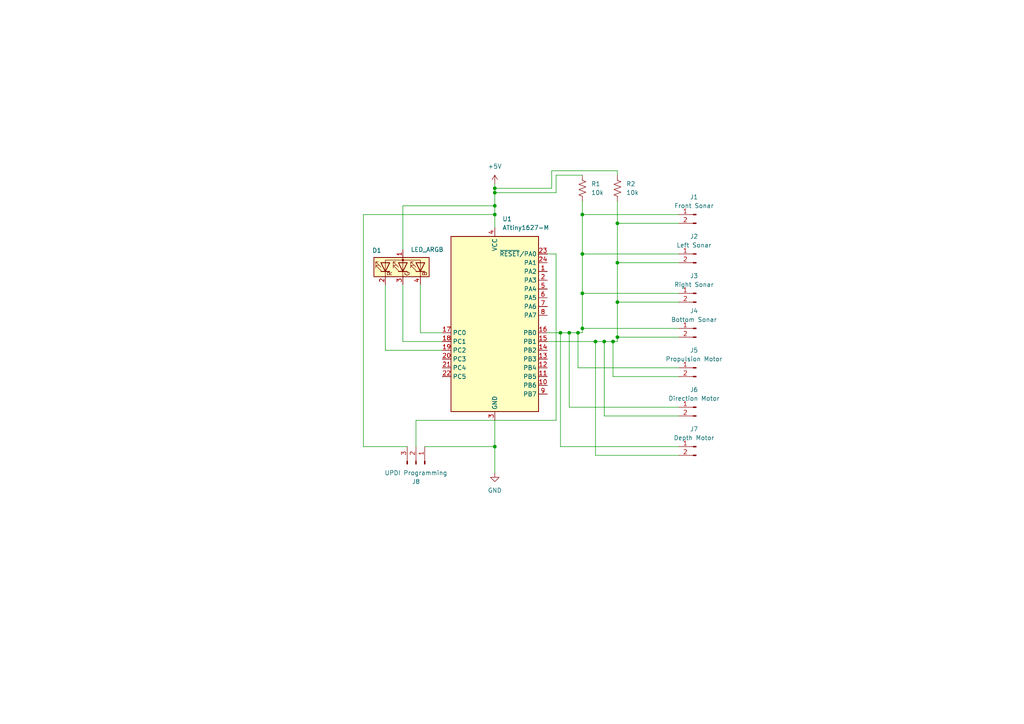
<source format=kicad_sch>
(kicad_sch (version 20231120) (generator "eeschema") (generator_version "8.0")
  (paper "A4")
  (lib_symbols
    (symbol "Connector:Conn_01x02_Pin" (pin_names (offset 1.016) hide)
      (property "Reference" "J" (at 0 2.54 0))
      (property "Value" "Conn_01x02_Pin" (at 0 -5.08 0))
      (symbol "Conn_01x02_Pin_1_1"
        (polyline (pts (xy 1.27 -2.54) (xy 0.8636 -2.54)) (stroke (width 0.1524)))
        (polyline (pts (xy 1.27 0) (xy 0.8636 0)) (stroke (width 0.1524)))
        (rectangle (start 0.8636 -2.413) (end 0 -2.667) (stroke (width 0.1524)) (fill (type outline)))
        (rectangle (start 0.8636 0.127) (end 0 -0.127) (stroke (width 0.1524)) (fill (type outline)))
        (pin passive line (at 5.08 0 180) (length 3.81) (name "Pin_1") (number "1"))
        (pin passive line (at 5.08 -2.54 180) (length 3.81) (name "Pin_2") (number "2"))
      )
    )
    (symbol "Connector:Conn_01x03_Pin" (pin_names (offset 1.016) hide)
      (property "Reference" "J" (at 0 5.08 0))
      (property "Value" "Conn_01x03_Pin" (at 0 -5.08 0))
      (symbol "Conn_01x03_Pin_1_1"
        (polyline (pts (xy 1.27 -2.54) (xy 0.8636 -2.54)) (stroke (width 0.1524)))
        (polyline (pts (xy 1.27 0) (xy 0.8636 0)) (stroke (width 0.1524)))
        (polyline (pts (xy 1.27 2.54) (xy 0.8636 2.54)) (stroke (width 0.1524)))
        (rectangle (start 0.8636 -2.413) (end 0 -2.667) (stroke (width 0.1524)) (fill (type outline)))
        (rectangle (start 0.8636 0.127) (end 0 -0.127) (stroke (width 0.1524)) (fill (type outline)))
        (rectangle (start 0.8636 2.667) (end 0 2.413) (stroke (width 0.1524)) (fill (type outline)))
        (pin passive line (at 5.08 2.54 180) (length 3.81) (name "Pin_1") (number "1"))
        (pin passive line (at 5.08 0 180) (length 3.81) (name "Pin_2") (number "2"))
        (pin passive line (at 5.08 -2.54 180) (length 3.81) (name "Pin_3") (number "3"))
      )
    )
    (symbol "Device:LED_ARGB" (pin_names (offset 0) hide)
      (property "Reference" "D" (at 0 9.398 0))
      (property "Value" "LED_ARGB" (at 0 -8.89 0))
      (symbol "LED_ARGB_0_0"
        (text "B" (at -1.905 -6.35 0) (effects (font (size 1.27 1.27))))
        (text "G" (at -1.905 -1.27 0) (effects (font (size 1.27 1.27))))
        (text "R" (at -1.905 3.81 0) (effects (font (size 1.27 1.27))))
      )
      (symbol "LED_ARGB_0_1"
        (polyline (pts (xy -1.27 -5.08) (xy -2.54 -5.08)))
        (polyline (pts (xy -1.27 -5.08) (xy 1.27 -5.08)))
        (polyline (pts (xy -1.27 -3.81) (xy -1.27 -6.35)) (stroke (width 0.254)))
        (polyline (pts (xy -1.27 0) (xy -2.54 0)))
        (polyline (pts (xy -1.27 1.27) (xy -1.27 -1.27)) (stroke (width 0.254)))
        (polyline (pts (xy -1.27 5.08) (xy -2.54 5.08)))
        (polyline (pts (xy -1.27 5.08) (xy 1.27 5.08)))
        (polyline (pts (xy -1.27 6.35) (xy -1.27 3.81)) (stroke (width 0.254)))
        (polyline (pts (xy 1.27 0) (xy -1.27 0)))
        (polyline (pts (xy 1.27 0) (xy 2.54 0)))
        (polyline (pts (xy -1.27 1.27) (xy -1.27 -1.27) (xy -1.27 -1.27)))
        (polyline (pts (xy -1.27 6.35) (xy -1.27 3.81) (xy -1.27 3.81)))
        (polyline (pts (xy 1.27 -5.08) (xy 2.032 -5.08) (xy 2.032 5.08) (xy 1.27 5.08)))
        (polyline (pts (xy 1.27 -3.81) (xy 1.27 -6.35) (xy -1.27 -5.08) (xy 1.27 -3.81)) (stroke (width 0.254)))
        (polyline (pts (xy 1.27 1.27) (xy 1.27 -1.27) (xy -1.27 0) (xy 1.27 1.27)) (stroke (width 0.254)))
        (polyline (pts (xy 1.27 6.35) (xy 1.27 3.81) (xy -1.27 5.08) (xy 1.27 6.35)) (stroke (width 0.254)))
        (polyline (pts (xy -1.016 -3.81) (xy 0.508 -2.286) (xy -0.254 -2.286) (xy 0.508 -2.286) (xy 0.508 -3.048)))
        (polyline (pts (xy -1.016 1.27) (xy 0.508 2.794) (xy -0.254 2.794) (xy 0.508 2.794) (xy 0.508 2.032)))
        (polyline (pts (xy -1.016 6.35) (xy 0.508 7.874) (xy -0.254 7.874) (xy 0.508 7.874) (xy 0.508 7.112)))
        (polyline (pts (xy 0 -3.81) (xy 1.524 -2.286) (xy 0.762 -2.286) (xy 1.524 -2.286) (xy 1.524 -3.048)))
        (polyline (pts (xy 0 1.27) (xy 1.524 2.794) (xy 0.762 2.794) (xy 1.524 2.794) (xy 1.524 2.032)))
        (polyline (pts (xy 0 6.35) (xy 1.524 7.874) (xy 0.762 7.874) (xy 1.524 7.874) (xy 1.524 7.112)))
        (rectangle (start 1.27 -1.27) (end 1.27 1.27))
        (rectangle (start 1.27 1.27) (end 1.27 1.27))
        (rectangle (start 1.27 3.81) (end 1.27 6.35))
        (rectangle (start 1.27 6.35) (end 1.27 6.35))
        (circle (center 2.032 0) (radius 0.254) (fill (type outline)))
        (rectangle (start 2.794 8.382) (end -2.794 -7.62) (stroke (width 0.254)) (fill (type background)))
      )
      (symbol "LED_ARGB_1_1"
        (pin passive line (at 5.08 0 180) (length 2.54) (name "A") (number "1"))
        (pin passive line (at -5.08 5.08 0) (length 2.54) (name "RK") (number "2"))
        (pin passive line (at -5.08 0 0) (length 2.54) (name "GK") (number "3"))
        (pin passive line (at -5.08 -5.08 0) (length 2.54) (name "BK") (number "4"))
      )
    )
    (symbol "Device:R_US" (pin_numbers hide) (pin_names (offset 0))
      (property "Reference" "R" (at 2.54 0 90))
      (property "Value" "R_US" (at -2.54 0 90))
      (symbol "R_US_0_1"
        (polyline (pts (xy 0 -2.286) (xy 0 -2.54)))
        (polyline (pts (xy 0 2.286) (xy 0 2.54)))
        (polyline (pts (xy 0 -0.762) (xy 1.016 -1.143) (xy 0 -1.524) (xy -1.016 -1.905) (xy 0 -2.286)))
        (polyline (pts (xy 0 0.762) (xy 1.016 0.381) (xy 0 0) (xy -1.016 -0.381) (xy 0 -0.762)))
        (polyline (pts (xy 0 2.286) (xy 1.016 1.905) (xy 0 1.524) (xy -1.016 1.143) (xy 0 0.762)))
      )
      (symbol "R_US_1_1"
        (pin passive line (at 0 3.81 270) (length 1.27) (name "~") (number "1"))
        (pin passive line (at 0 -3.81 90) (length 1.27) (name "~") (number "2"))
      )
    )
    (symbol "MCU_Microchip_ATtiny:ATtiny1627-M"
      (property "Reference" "U" (at -12.7 26.67 0))
      (property "Value" "ATtiny1627-M" (at 2.54 -26.67 0))
      (symbol "ATtiny1627-M_0_1"
        (rectangle (start -12.7 -25.4) (end 12.7 25.4) (stroke (width 0.254)) (fill (type background)))
      )
      (symbol "ATtiny1627-M_1_1"
        (pin bidirectional line (at 15.24 15.24 180) (length 2.54) (name "PA2") (number "1"))
        (pin bidirectional line (at 15.24 -17.78 180) (length 2.54) (name "PB6") (number "10"))
        (pin bidirectional line (at 15.24 -15.24 180) (length 2.54) (name "PB5") (number "11"))
        (pin bidirectional line (at 15.24 -12.7 180) (length 2.54) (name "PB4") (number "12"))
        (pin bidirectional line (at 15.24 -10.16 180) (length 2.54) (name "PB3") (number "13"))
        (pin bidirectional line (at 15.24 -7.62 180) (length 2.54) (name "PB2") (number "14"))
        (pin bidirectional line (at 15.24 -5.08 180) (length 2.54) (name "PB1") (number "15"))
        (pin bidirectional line (at 15.24 -2.54 180) (length 2.54) (name "PB0") (number "16"))
        (pin bidirectional line (at -15.24 -2.54 0) (length 2.54) (name "PC0") (number "17"))
        (pin bidirectional line (at -15.24 -5.08 0) (length 2.54) (name "PC1") (number "18"))
        (pin bidirectional line (at -15.24 -7.62 0) (length 2.54) (name "PC2") (number "19"))
        (pin bidirectional line (at 15.24 12.7 180) (length 2.54) (name "PA3") (number "2"))
        (pin bidirectional line (at -15.24 -10.16 0) (length 2.54) (name "PC3") (number "20"))
        (pin bidirectional line (at -15.24 -12.7 0) (length 2.54) (name "PC4") (number "21"))
        (pin bidirectional line (at -15.24 -15.24 0) (length 2.54) (name "PC5") (number "22"))
        (pin bidirectional line (at 15.24 20.32 180) (length 2.54) (name "~{RESET}/PA0") (number "23"))
        (pin bidirectional line (at 15.24 17.78 180) (length 2.54) (name "PA1") (number "24"))
        (pin passive line (at 0 -27.94 90) (length 2.54) hide (name "GND") (number "25"))
        (pin power_in line (at 0 -27.94 90) (length 2.54) (name "GND") (number "3"))
        (pin power_in line (at 0 27.94 270) (length 2.54) (name "VCC") (number "4"))
        (pin bidirectional line (at 15.24 10.16 180) (length 2.54) (name "PA4") (number "5"))
        (pin bidirectional line (at 15.24 7.62 180) (length 2.54) (name "PA5") (number "6"))
        (pin bidirectional line (at 15.24 5.08 180) (length 2.54) (name "PA6") (number "7"))
        (pin bidirectional line (at 15.24 2.54 180) (length 2.54) (name "PA7") (number "8"))
        (pin bidirectional line (at 15.24 -20.32 180) (length 2.54) (name "PB7") (number "9"))
      )
    )
    (symbol "power:+5V" (power) (pin_numbers hide) (pin_names (offset 0) hide)
      (property "Value" "+5V" (at 0 3.556 0))
      (symbol "+5V_0_1"
        (polyline (pts (xy -0.762 1.27) (xy 0 2.54)))
        (polyline (pts (xy 0 0) (xy 0 2.54)))
        (polyline (pts (xy 0 2.54) (xy 0.762 1.27)))
      )
      (symbol "+5V_1_1"
        (pin power_in line (at 0 0 90) (length 0) (name "~") (number "1"))
      )
    )
    (symbol "power:GND" (power) (pin_numbers hide) (pin_names (offset 0) hide)
      (property "Value" "GND" (at 0 -3.81 0))
      (symbol "GND_0_1"
        (polyline (pts (xy 0 0) (xy 0 -1.27) (xy 1.27 -1.27) (xy 0 -2.54) (xy -1.27 -1.27) (xy 0 -1.27)))
      )
      (symbol "GND_1_1"
        (pin power_in line (at 0 0 270) (length 0) (name "~") (number "1"))
      )
    )
  )
  (junction (at 168.91 95.25))
  (junction (at 143.51 54.61))
  (junction (at 179.07 97.79))
  (junction (at 179.07 76.2))
  (junction (at 143.51 129.54))
  (junction (at 172.72 99.06))
  (junction (at 143.51 59.69))
  (junction (at 167.64 96.52))
  (junction (at 179.07 87.63))
  (junction (at 175.26 99.06))
  (junction (at 168.91 73.66))
  (junction (at 165.1 96.52))
  (junction (at 143.51 62.23))
  (junction (at 168.91 85.09))
  (junction (at 162.56 96.52))
  (junction (at 177.8 99.06))
  (junction (at 143.51 55.88))
  (junction (at 168.91 62.23))
  (junction (at 179.07 64.77))
  (wire (pts (xy 179.07 87.63) (xy 179.07 76.2)))
  (wire (pts (xy 179.07 99.06) (xy 179.07 97.79)))
  (wire (pts (xy 123.19 129.54) (xy 143.51 129.54)))
  (wire (pts (xy 165.1 96.52) (xy 167.64 96.52)))
  (wire (pts (xy 196.85 120.65) (xy 175.26 120.65)))
  (wire (pts (xy 168.91 62.23) (xy 196.85 62.23)))
  (wire (pts (xy 196.85 106.68) (xy 167.64 106.68)))
  (wire (pts (xy 160.02 49.53) (xy 160.02 54.61)))
  (wire (pts (xy 120.65 129.54) (xy 120.65 121.92)))
  (wire (pts (xy 175.26 120.65) (xy 175.26 99.06)))
  (wire (pts (xy 175.26 99.06) (xy 177.8 99.06)))
  (wire (pts (xy 168.91 85.09) (xy 196.85 85.09)))
  (wire (pts (xy 116.84 82.55) (xy 116.84 99.06)))
  (wire (pts (xy 111.76 82.55) (xy 111.76 101.6)))
  (wire (pts (xy 161.29 55.88) (xy 143.51 55.88)))
  (wire (pts (xy 161.29 73.66) (xy 158.75 73.66)))
  (wire (pts (xy 177.8 99.06) (xy 179.07 99.06)))
  (wire (pts (xy 111.76 101.6) (xy 128.27 101.6)))
  (wire (pts (xy 162.56 96.52) (xy 165.1 96.52)))
  (wire (pts (xy 168.91 73.66) (xy 196.85 73.66)))
  (wire (pts (xy 179.07 97.79) (xy 196.85 97.79)))
  (wire (pts (xy 167.64 96.52) (xy 168.91 96.52)))
  (wire (pts (xy 168.91 73.66) (xy 168.91 62.23)))
  (wire (pts (xy 121.92 96.52) (xy 128.27 96.52)))
  (wire (pts (xy 161.29 50.8) (xy 161.29 55.88)))
  (wire (pts (xy 116.84 99.06) (xy 128.27 99.06)))
  (wire (pts (xy 160.02 54.61) (xy 143.51 54.61)))
  (wire (pts (xy 162.56 129.54) (xy 162.56 96.52)))
  (wire (pts (xy 168.91 50.8) (xy 161.29 50.8)))
  (wire (pts (xy 168.91 62.23) (xy 168.91 58.42)))
  (wire (pts (xy 196.85 129.54) (xy 162.56 129.54)))
  (wire (pts (xy 196.85 109.22) (xy 177.8 109.22)))
  (wire (pts (xy 121.92 82.55) (xy 121.92 96.52)))
  (wire (pts (xy 116.84 59.69) (xy 143.51 59.69)))
  (wire (pts (xy 196.85 118.11) (xy 165.1 118.11)))
  (wire (pts (xy 143.51 121.92) (xy 143.51 129.54)))
  (wire (pts (xy 143.51 62.23) (xy 143.51 66.04)))
  (wire (pts (xy 165.1 118.11) (xy 165.1 96.52)))
  (wire (pts (xy 196.85 132.08) (xy 172.72 132.08)))
  (wire (pts (xy 143.51 55.88) (xy 143.51 59.69)))
  (wire (pts (xy 105.41 62.23) (xy 143.51 62.23)))
  (wire (pts (xy 179.07 49.53) (xy 160.02 49.53)))
  (wire (pts (xy 168.91 95.25) (xy 168.91 85.09)))
  (wire (pts (xy 179.07 76.2) (xy 179.07 64.77)))
  (wire (pts (xy 172.72 99.06) (xy 175.26 99.06)))
  (wire (pts (xy 168.91 96.52) (xy 168.91 95.25)))
  (wire (pts (xy 179.07 64.77) (xy 196.85 64.77)))
  (wire (pts (xy 179.07 97.79) (xy 179.07 87.63)))
  (wire (pts (xy 161.29 121.92) (xy 161.29 73.66)))
  (wire (pts (xy 167.64 106.68) (xy 167.64 96.52)))
  (wire (pts (xy 143.51 53.34) (xy 143.51 54.61)))
  (wire (pts (xy 105.41 129.54) (xy 105.41 62.23)))
  (wire (pts (xy 143.51 54.61) (xy 143.51 55.88)))
  (wire (pts (xy 168.91 95.25) (xy 196.85 95.25)))
  (wire (pts (xy 158.75 96.52) (xy 162.56 96.52)))
  (wire (pts (xy 179.07 50.8) (xy 179.07 49.53)))
  (wire (pts (xy 177.8 109.22) (xy 177.8 99.06)))
  (wire (pts (xy 158.75 99.06) (xy 172.72 99.06)))
  (wire (pts (xy 143.51 129.54) (xy 143.51 137.16)))
  (wire (pts (xy 179.07 76.2) (xy 196.85 76.2)))
  (wire (pts (xy 179.07 64.77) (xy 179.07 58.42)))
  (wire (pts (xy 168.91 85.09) (xy 168.91 73.66)))
  (wire (pts (xy 118.11 129.54) (xy 105.41 129.54)))
  (wire (pts (xy 120.65 121.92) (xy 161.29 121.92)))
  (wire (pts (xy 172.72 132.08) (xy 172.72 99.06)))
  (wire (pts (xy 179.07 87.63) (xy 196.85 87.63)))
  (wire (pts (xy 143.51 59.69) (xy 143.51 62.23)))
  (wire (pts (xy 116.84 72.39) (xy 116.84 59.69)))
  (symbol (lib_id "Connector:Conn_01x02_Pin") (at 201.93 118.11 0) (mirror y) (unit 1)
    (property "Reference" "J6" (at 201.295 113.03 0))
    (property "Value" "Direction Motor" (at 201.295 115.57 0))
    (property "Footprint" "Connector_PinSocket_1.27mm:PinSocket_1x02_P1.27mm_Vertical" (effects (hide yes)))
    (property "Description" "Generic connector, single row, 01x02, script generated" (effects (hide yes)))
  )
  (symbol (lib_id "Device:LED_ARGB") (at 116.84 77.47 90) (unit 1)
    (property "Reference" "D1" (at 107.95 72.644 90) (effects (justify right)))
    (property "Value" "LED_ARGB" (at 119.126 72.39 90) (effects (justify right)))
    (property "Footprint" "LED_THT:LED_D5.0mm-4_RGB" (effects (hide yes)))
    (property "Description" "RGB LED, anode/red/green/blue" (effects (hide yes)))
  )
  (symbol (lib_id "Connector:Conn_01x02_Pin") (at 201.93 85.09 0) (mirror y) (unit 1)
    (property "Reference" "J3" (at 201.295 80.01 0))
    (property "Value" "Right Sonar" (at 201.295 82.55 0))
    (property "Footprint" "Connector_PinSocket_1.27mm:PinSocket_1x02_P1.27mm_Vertical" (effects (hide yes)))
    (property "Description" "Generic connector, single row, 01x02, script generated" (effects (hide yes)))
  )
  (symbol (lib_id "Device:R_US") (at 179.07 54.61 180) (unit 1)
    (property "Reference" "R2" (at 181.61 53.3399 0) (effects (justify right)))
    (property "Value" "10k" (at 181.61 55.8799 0) (effects (justify right)))
    (property "Footprint" "Resistor_THT:R_Axial_DIN0207_L6.3mm_D2.5mm_P7.62mm_Horizontal" (effects (hide yes)))
    (property "Description" "Resistor, US symbol" (effects (hide yes)))
  )
  (symbol (lib_id "power:GND") (at 143.51 137.16 0) (unit 1)
    (property "Reference" "#PWR02" (effects (hide yes)))
    (property "Value" "GND" (at 143.51 142.24 0))
    (property "Description" "Power symbol creates a global label with name \"GND\" , ground" (effects (hide yes)))
  )
  (symbol (lib_id "Connector:Conn_01x02_Pin") (at 201.93 62.23 0) (mirror y) (unit 1)
    (property "Reference" "J1" (at 201.295 57.15 0))
    (property "Value" "Front Sonar" (at 201.295 59.69 0))
    (property "Footprint" "Connector_PinSocket_1.27mm:PinSocket_1x02_P1.27mm_Vertical" (effects (hide yes)))
    (property "Description" "Generic connector, single row, 01x02, script generated" (effects (hide yes)))
  )
  (symbol (lib_id "Connector:Conn_01x02_Pin") (at 201.93 95.25 0) (mirror y) (unit 1)
    (property "Reference" "J4" (at 201.295 90.17 0))
    (property "Value" "Bottom Sonar" (at 201.295 92.71 0))
    (property "Footprint" "Connector_PinSocket_1.27mm:PinSocket_1x02_P1.27mm_Vertical" (effects (hide yes)))
    (property "Description" "Generic connector, single row, 01x02, script generated" (effects (hide yes)))
  )
  (symbol (lib_id "Connector:Conn_01x03_Pin") (at 120.65 134.62 270) (mirror x) (unit 1)
    (property "Reference" "J8" (at 120.65 139.7 90))
    (property "Value" "UPDI Programming" (at 120.65 137.16 90))
    (property "Footprint" "Connector_PinSocket_1.27mm:PinSocket_1x03_P1.27mm_Vertical" (effects (hide yes)))
    (property "Description" "Generic connector, single row, 01x03, script generated" (effects (hide yes)))
  )
  (symbol (lib_id "MCU_Microchip_ATtiny:ATtiny1627-M") (at 143.51 93.98 0) (unit 1)
    (property "Reference" "U1" (at 145.7041 63.5 0) (effects (justify left)))
    (property "Value" "ATtiny1627-M" (at 145.7041 66.04 0) (effects (justify left)))
    (property "Footprint" "Package_DFN_QFN:QFN-24-1EP_4x4mm_P0.5mm_EP2.6x2.6mm" (effects (hide yes)))
    (property "Datasheet" "https://ww1.microchip.com/downloads/en/DeviceDoc/ATtiny1624-26-27-DataSheet-DS40002234A.pdf" (effects (hide yes)))
    (property "Description" "20MHz, 16kB Flash, 2kB SRAM, 256B EEPROM, VQFN-24" (effects (hide yes)))
  )
  (symbol (lib_id "Device:R_US") (at 168.91 54.61 180) (unit 1)
    (property "Reference" "R1" (at 171.45 53.3399 0) (effects (justify right)))
    (property "Value" "10k" (at 171.45 55.8799 0) (effects (justify right)))
    (property "Footprint" "Resistor_THT:R_Axial_DIN0207_L6.3mm_D2.5mm_P7.62mm_Horizontal" (effects (hide yes)))
    (property "Description" "Resistor, US symbol" (effects (hide yes)))
  )
  (symbol (lib_id "Connector:Conn_01x02_Pin") (at 201.93 106.68 0) (mirror y) (unit 1)
    (property "Reference" "J5" (at 201.295 101.6 0))
    (property "Value" "Propulsion Motor" (at 201.295 104.14 0))
    (property "Footprint" "Connector_PinSocket_1.27mm:PinSocket_1x02_P1.27mm_Vertical" (effects (hide yes)))
    (property "Description" "Generic connector, single row, 01x02, script generated" (effects (hide yes)))
  )
  (symbol (lib_id "Connector:Conn_01x02_Pin") (at 201.93 129.54 0) (mirror y) (unit 1)
    (property "Reference" "J7" (at 201.295 124.46 0))
    (property "Value" "Depth Motor" (at 201.295 127 0))
    (property "Footprint" "Connector_PinSocket_1.27mm:PinSocket_1x02_P1.27mm_Vertical" (effects (hide yes)))
    (property "Description" "Generic connector, single row, 01x02, script generated" (effects (hide yes)))
  )
  (symbol (lib_id "power:+5V") (at 143.51 53.34 0) (unit 1)
    (property "Reference" "#PWR01" (effects (hide yes)))
    (property "Value" "+5V" (at 143.51 48.26 0))
    (property "Description" "Power symbol creates a global label with name \"+5V\"" (effects (hide yes)))
  )
  (symbol (lib_id "Connector:Conn_01x02_Pin") (at 201.93 73.66 0) (mirror y) (unit 1)
    (property "Reference" "J2" (at 201.295 68.58 0))
    (property "Value" "Left Sonar" (at 201.295 71.12 0))
    (property "Footprint" "Connector_PinSocket_1.27mm:PinSocket_1x02_P1.27mm_Vertical" (effects (hide yes)))
    (property "Description" "Generic connector, single row, 01x02, script generated" (effects (hide yes)))
  )
)
</source>
